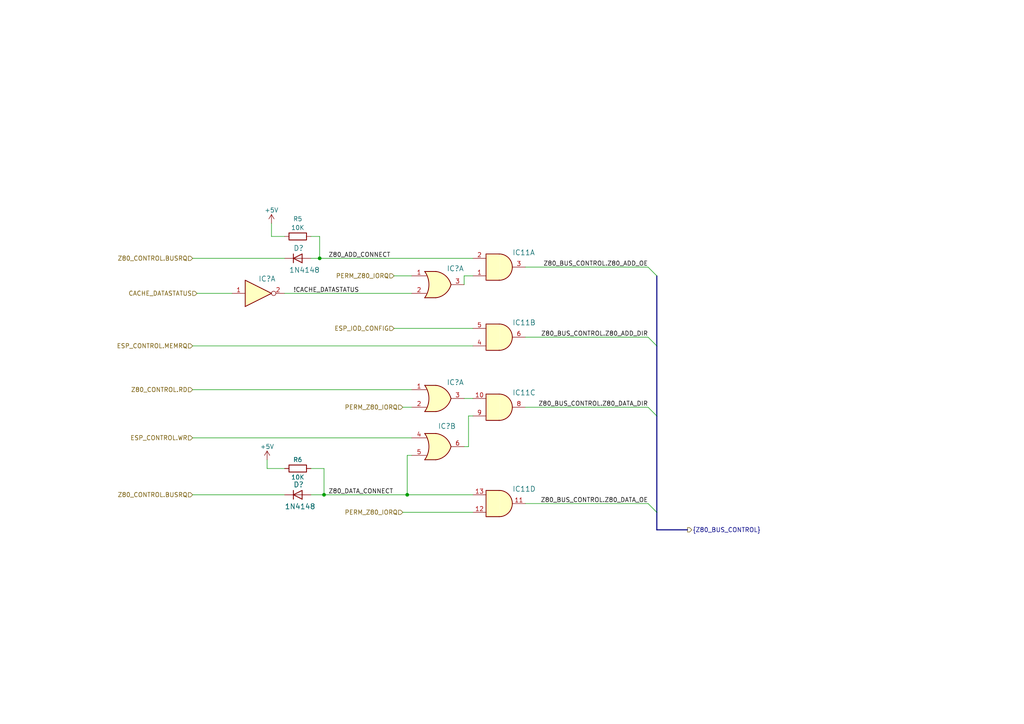
<source format=kicad_sch>
(kicad_sch (version 20230121) (generator eeschema)
  (paper "A4")
  (title_block (comment 1 "This control logic can be implmented in the Z80-BUS") (comment 2 "Logic for contolling the ZX Bus connections"))
  (lib_symbols
    (symbol "74xx:74HC04"
      (property "Reference" "U" (at 0 1.27 0))
      (property "Value" "74HC04" (at 0 -1.27 0))
      (symbol "74HC04_1_0"
        (polyline (pts (xy -3.81 3.81) (xy -3.81 -3.81) (xy 3.81 0) (xy -3.81 3.81)) (stroke (width 0.254)) (fill (type background)))
        (pin input line (at -7.62 0 0) (length 3.81) (name "~") (number "1"))
        (pin output inverted (at 7.62 0 180) (length 3.81) (name "~") (number "2"))
      )
      (symbol "74HC04_2_0"
        (polyline (pts (xy -3.81 3.81) (xy -3.81 -3.81) (xy 3.81 0) (xy -3.81 3.81)) (stroke (width 0.254)) (fill (type background)))
        (pin input line (at -7.62 0 0) (length 3.81) (name "~") (number "3"))
        (pin output inverted (at 7.62 0 180) (length 3.81) (name "~") (number "4"))
      )
      (symbol "74HC04_3_0"
        (polyline (pts (xy -3.81 3.81) (xy -3.81 -3.81) (xy 3.81 0) (xy -3.81 3.81)) (stroke (width 0.254)) (fill (type background)))
        (pin input line (at -7.62 0 0) (length 3.81) (name "~") (number "5"))
        (pin output inverted (at 7.62 0 180) (length 3.81) (name "~") (number "6"))
      )
      (symbol "74HC04_4_0"
        (polyline (pts (xy -3.81 3.81) (xy -3.81 -3.81) (xy 3.81 0) (xy -3.81 3.81)) (stroke (width 0.254)) (fill (type background)))
        (pin output inverted (at 7.62 0 180) (length 3.81) (name "~") (number "8"))
        (pin input line (at -7.62 0 0) (length 3.81) (name "~") (number "9"))
      )
      (symbol "74HC04_5_0"
        (polyline (pts (xy -3.81 3.81) (xy -3.81 -3.81) (xy 3.81 0) (xy -3.81 3.81)) (stroke (width 0.254)) (fill (type background)))
        (pin output inverted (at 7.62 0 180) (length 3.81) (name "~") (number "10"))
        (pin input line (at -7.62 0 0) (length 3.81) (name "~") (number "11"))
      )
      (symbol "74HC04_6_0"
        (polyline (pts (xy -3.81 3.81) (xy -3.81 -3.81) (xy 3.81 0) (xy -3.81 3.81)) (stroke (width 0.254)) (fill (type background)))
        (pin output inverted (at 7.62 0 180) (length 3.81) (name "~") (number "12"))
        (pin input line (at -7.62 0 0) (length 3.81) (name "~") (number "13"))
      )
      (symbol "74HC04_7_0"
        (pin power_in line (at 0 12.7 270) (length 5.08) (name "VCC") (number "14"))
        (pin power_in line (at 0 -12.7 90) (length 5.08) (name "GND") (number "7"))
      )
      (symbol "74HC04_7_1"
        (rectangle (start -5.08 7.62) (end 5.08 -7.62) (stroke (width 0.254)) (fill (type background)))
      )
    )
    (symbol "74xx:74LS08" (pin_names (offset 1.016))
      (property "Reference" "U" (at 0 1.27 0))
      (property "Value" "74LS08" (at 0 -1.27 0))
      (symbol "74LS08_1_1"
        (arc (start 0 -3.81) (mid 3.7934 0) (end 0 3.81) (stroke (width 0.254)) (fill (type background)))
        (polyline (pts (xy 0 3.81) (xy -3.81 3.81) (xy -3.81 -3.81) (xy 0 -3.81)) (stroke (width 0.254)) (fill (type background)))
        (pin input line (at -7.62 2.54 0) (length 3.81) (name "~") (number "1"))
        (pin input line (at -7.62 -2.54 0) (length 3.81) (name "~") (number "2"))
        (pin output line (at 7.62 0 180) (length 3.81) (name "~") (number "3"))
      )
      (symbol "74LS08_1_2"
        (arc (start -3.81 -3.81) (mid -2.589 0) (end -3.81 3.81) (stroke (width 0.254)))
        (arc (start -0.6096 -3.81) (mid 2.1842 -2.5851) (end 3.81 0) (stroke (width 0.254)) (fill (type background)))
        (polyline (pts (xy -3.81 -3.81) (xy -0.635 -3.81)) (stroke (width 0.254)) (fill (type background)))
        (polyline (pts (xy -3.81 3.81) (xy -0.635 3.81)) (stroke (width 0.254)) (fill (type background)))
        (polyline (pts (xy -0.635 3.81) (xy -3.81 3.81) (xy -3.81 3.81) (xy -3.556 3.4036) (xy -3.0226 2.2606) (xy -2.6924 1.0414) (xy -2.6162 -0.254) (xy -2.7686 -1.4986) (xy -3.175 -2.7178) (xy -3.81 -3.81) (xy -3.81 -3.81) (xy -0.635 -3.81)) (stroke (width -25.4)) (fill (type background)))
        (arc (start 3.81 0) (mid 2.1915 2.5936) (end -0.6096 3.81) (stroke (width 0.254)) (fill (type background)))
        (pin input inverted (at -7.62 2.54 0) (length 4.318) (name "~") (number "1"))
        (pin input inverted (at -7.62 -2.54 0) (length 4.318) (name "~") (number "2"))
        (pin output inverted (at 7.62 0 180) (length 3.81) (name "~") (number "3"))
      )
      (symbol "74LS08_2_1"
        (arc (start 0 -3.81) (mid 3.7934 0) (end 0 3.81) (stroke (width 0.254)) (fill (type background)))
        (polyline (pts (xy 0 3.81) (xy -3.81 3.81) (xy -3.81 -3.81) (xy 0 -3.81)) (stroke (width 0.254)) (fill (type background)))
        (pin input line (at -7.62 2.54 0) (length 3.81) (name "~") (number "4"))
        (pin input line (at -7.62 -2.54 0) (length 3.81) (name "~") (number "5"))
        (pin output line (at 7.62 0 180) (length 3.81) (name "~") (number "6"))
      )
      (symbol "74LS08_2_2"
        (arc (start -3.81 -3.81) (mid -2.589 0) (end -3.81 3.81) (stroke (width 0.254)))
        (arc (start -0.6096 -3.81) (mid 2.1842 -2.5851) (end 3.81 0) (stroke (width 0.254)) (fill (type background)))
        (polyline (pts (xy -3.81 -3.81) (xy -0.635 -3.81)) (stroke (width 0.254)) (fill (type background)))
        (polyline (pts (xy -3.81 3.81) (xy -0.635 3.81)) (stroke (width 0.254)) (fill (type background)))
        (polyline (pts (xy -0.635 3.81) (xy -3.81 3.81) (xy -3.81 3.81) (xy -3.556 3.4036) (xy -3.0226 2.2606) (xy -2.6924 1.0414) (xy -2.6162 -0.254) (xy -2.7686 -1.4986) (xy -3.175 -2.7178) (xy -3.81 -3.81) (xy -3.81 -3.81) (xy -0.635 -3.81)) (stroke (width -25.4)) (fill (type background)))
        (arc (start 3.81 0) (mid 2.1915 2.5936) (end -0.6096 3.81) (stroke (width 0.254)) (fill (type background)))
        (pin input inverted (at -7.62 2.54 0) (length 4.318) (name "~") (number "4"))
        (pin input inverted (at -7.62 -2.54 0) (length 4.318) (name "~") (number "5"))
        (pin output inverted (at 7.62 0 180) (length 3.81) (name "~") (number "6"))
      )
      (symbol "74LS08_3_1"
        (arc (start 0 -3.81) (mid 3.7934 0) (end 0 3.81) (stroke (width 0.254)) (fill (type background)))
        (polyline (pts (xy 0 3.81) (xy -3.81 3.81) (xy -3.81 -3.81) (xy 0 -3.81)) (stroke (width 0.254)) (fill (type background)))
        (pin input line (at -7.62 -2.54 0) (length 3.81) (name "~") (number "10"))
        (pin output line (at 7.62 0 180) (length 3.81) (name "~") (number "8"))
        (pin input line (at -7.62 2.54 0) (length 3.81) (name "~") (number "9"))
      )
      (symbol "74LS08_3_2"
        (arc (start -3.81 -3.81) (mid -2.589 0) (end -3.81 3.81) (stroke (width 0.254)))
        (arc (start -0.6096 -3.81) (mid 2.1842 -2.5851) (end 3.81 0) (stroke (width 0.254)) (fill (type background)))
        (polyline (pts (xy -3.81 -3.81) (xy -0.635 -3.81)) (stroke (width 0.254)) (fill (type background)))
        (polyline (pts (xy -3.81 3.81) (xy -0.635 3.81)) (stroke (width 0.254)) (fill (type background)))
        (polyline (pts (xy -0.635 3.81) (xy -3.81 3.81) (xy -3.81 3.81) (xy -3.556 3.4036) (xy -3.0226 2.2606) (xy -2.6924 1.0414) (xy -2.6162 -0.254) (xy -2.7686 -1.4986) (xy -3.175 -2.7178) (xy -3.81 -3.81) (xy -3.81 -3.81) (xy -0.635 -3.81)) (stroke (width -25.4)) (fill (type background)))
        (arc (start 3.81 0) (mid 2.1915 2.5936) (end -0.6096 3.81) (stroke (width 0.254)) (fill (type background)))
        (pin input inverted (at -7.62 -2.54 0) (length 4.318) (name "~") (number "10"))
        (pin output inverted (at 7.62 0 180) (length 3.81) (name "~") (number "8"))
        (pin input inverted (at -7.62 2.54 0) (length 4.318) (name "~") (number "9"))
      )
      (symbol "74LS08_4_1"
        (arc (start 0 -3.81) (mid 3.7934 0) (end 0 3.81) (stroke (width 0.254)) (fill (type background)))
        (polyline (pts (xy 0 3.81) (xy -3.81 3.81) (xy -3.81 -3.81) (xy 0 -3.81)) (stroke (width 0.254)) (fill (type background)))
        (pin output line (at 7.62 0 180) (length 3.81) (name "~") (number "11"))
        (pin input line (at -7.62 2.54 0) (length 3.81) (name "~") (number "12"))
        (pin input line (at -7.62 -2.54 0) (length 3.81) (name "~") (number "13"))
      )
      (symbol "74LS08_4_2"
        (arc (start -3.81 -3.81) (mid -2.589 0) (end -3.81 3.81) (stroke (width 0.254)))
        (arc (start -0.6096 -3.81) (mid 2.1842 -2.5851) (end 3.81 0) (stroke (width 0.254)) (fill (type background)))
        (polyline (pts (xy -3.81 -3.81) (xy -0.635 -3.81)) (stroke (width 0.254)) (fill (type background)))
        (polyline (pts (xy -3.81 3.81) (xy -0.635 3.81)) (stroke (width 0.254)) (fill (type background)))
        (polyline (pts (xy -0.635 3.81) (xy -3.81 3.81) (xy -3.81 3.81) (xy -3.556 3.4036) (xy -3.0226 2.2606) (xy -2.6924 1.0414) (xy -2.6162 -0.254) (xy -2.7686 -1.4986) (xy -3.175 -2.7178) (xy -3.81 -3.81) (xy -3.81 -3.81) (xy -0.635 -3.81)) (stroke (width -25.4)) (fill (type background)))
        (arc (start 3.81 0) (mid 2.1915 2.5936) (end -0.6096 3.81) (stroke (width 0.254)) (fill (type background)))
        (pin output inverted (at 7.62 0 180) (length 3.81) (name "~") (number "11"))
        (pin input inverted (at -7.62 2.54 0) (length 4.318) (name "~") (number "12"))
        (pin input inverted (at -7.62 -2.54 0) (length 4.318) (name "~") (number "13"))
      )
      (symbol "74LS08_5_0"
        (pin power_in line (at 0 12.7 270) (length 5.08) (name "VCC") (number "14"))
        (pin power_in line (at 0 -12.7 90) (length 5.08) (name "GND") (number "7"))
      )
      (symbol "74LS08_5_1"
        (rectangle (start -5.08 7.62) (end 5.08 -7.62) (stroke (width 0.254)) (fill (type background)))
      )
    )
    (symbol "74xx:74LS32" (pin_names (offset 1.016))
      (property "Reference" "U" (at 0 1.27 0))
      (property "Value" "74LS32" (at 0 -1.27 0))
      (symbol "74LS32_1_1"
        (arc (start -3.81 -3.81) (mid -2.589 0) (end -3.81 3.81) (stroke (width 0.254)))
        (arc (start -0.6096 -3.81) (mid 2.1842 -2.5851) (end 3.81 0) (stroke (width 0.254)) (fill (type background)))
        (polyline (pts (xy -3.81 -3.81) (xy -0.635 -3.81)) (stroke (width 0.254)) (fill (type background)))
        (polyline (pts (xy -3.81 3.81) (xy -0.635 3.81)) (stroke (width 0.254)) (fill (type background)))
        (polyline (pts (xy -0.635 3.81) (xy -3.81 3.81) (xy -3.81 3.81) (xy -3.556 3.4036) (xy -3.0226 2.2606) (xy -2.6924 1.0414) (xy -2.6162 -0.254) (xy -2.7686 -1.4986) (xy -3.175 -2.7178) (xy -3.81 -3.81) (xy -3.81 -3.81) (xy -0.635 -3.81)) (stroke (width -25.4)) (fill (type background)))
        (arc (start 3.81 0) (mid 2.1915 2.5936) (end -0.6096 3.81) (stroke (width 0.254)) (fill (type background)))
        (pin input line (at -7.62 2.54 0) (length 4.318) (name "~") (number "1"))
        (pin input line (at -7.62 -2.54 0) (length 4.318) (name "~") (number "2"))
        (pin output line (at 7.62 0 180) (length 3.81) (name "~") (number "3"))
      )
      (symbol "74LS32_1_2"
        (arc (start 0 -3.81) (mid 3.7934 0) (end 0 3.81) (stroke (width 0.254)) (fill (type background)))
        (polyline (pts (xy 0 3.81) (xy -3.81 3.81) (xy -3.81 -3.81) (xy 0 -3.81)) (stroke (width 0.254)) (fill (type background)))
        (pin input inverted (at -7.62 2.54 0) (length 3.81) (name "~") (number "1"))
        (pin input inverted (at -7.62 -2.54 0) (length 3.81) (name "~") (number "2"))
        (pin output inverted (at 7.62 0 180) (length 3.81) (name "~") (number "3"))
      )
      (symbol "74LS32_2_1"
        (arc (start -3.81 -3.81) (mid -2.589 0) (end -3.81 3.81) (stroke (width 0.254)))
        (arc (start -0.6096 -3.81) (mid 2.1842 -2.5851) (end 3.81 0) (stroke (width 0.254)) (fill (type background)))
        (polyline (pts (xy -3.81 -3.81) (xy -0.635 -3.81)) (stroke (width 0.254)) (fill (type background)))
        (polyline (pts (xy -3.81 3.81) (xy -0.635 3.81)) (stroke (width 0.254)) (fill (type background)))
        (polyline (pts (xy -0.635 3.81) (xy -3.81 3.81) (xy -3.81 3.81) (xy -3.556 3.4036) (xy -3.0226 2.2606) (xy -2.6924 1.0414) (xy -2.6162 -0.254) (xy -2.7686 -1.4986) (xy -3.175 -2.7178) (xy -3.81 -3.81) (xy -3.81 -3.81) (xy -0.635 -3.81)) (stroke (width -25.4)) (fill (type background)))
        (arc (start 3.81 0) (mid 2.1915 2.5936) (end -0.6096 3.81) (stroke (width 0.254)) (fill (type background)))
        (pin input line (at -7.62 2.54 0) (length 4.318) (name "~") (number "4"))
        (pin input line (at -7.62 -2.54 0) (length 4.318) (name "~") (number "5"))
        (pin output line (at 7.62 0 180) (length 3.81) (name "~") (number "6"))
      )
      (symbol "74LS32_2_2"
        (arc (start 0 -3.81) (mid 3.7934 0) (end 0 3.81) (stroke (width 0.254)) (fill (type background)))
        (polyline (pts (xy 0 3.81) (xy -3.81 3.81) (xy -3.81 -3.81) (xy 0 -3.81)) (stroke (width 0.254)) (fill (type background)))
        (pin input inverted (at -7.62 2.54 0) (length 3.81) (name "~") (number "4"))
        (pin input inverted (at -7.62 -2.54 0) (length 3.81) (name "~") (number "5"))
        (pin output inverted (at 7.62 0 180) (length 3.81) (name "~") (number "6"))
      )
      (symbol "74LS32_3_1"
        (arc (start -3.81 -3.81) (mid -2.589 0) (end -3.81 3.81) (stroke (width 0.254)))
        (arc (start -0.6096 -3.81) (mid 2.1842 -2.5851) (end 3.81 0) (stroke (width 0.254)) (fill (type background)))
        (polyline (pts (xy -3.81 -3.81) (xy -0.635 -3.81)) (stroke (width 0.254)) (fill (type background)))
        (polyline (pts (xy -3.81 3.81) (xy -0.635 3.81)) (stroke (width 0.254)) (fill (type background)))
        (polyline (pts (xy -0.635 3.81) (xy -3.81 3.81) (xy -3.81 3.81) (xy -3.556 3.4036) (xy -3.0226 2.2606) (xy -2.6924 1.0414) (xy -2.6162 -0.254) (xy -2.7686 -1.4986) (xy -3.175 -2.7178) (xy -3.81 -3.81) (xy -3.81 -3.81) (xy -0.635 -3.81)) (stroke (width -25.4)) (fill (type background)))
        (arc (start 3.81 0) (mid 2.1915 2.5936) (end -0.6096 3.81) (stroke (width 0.254)) (fill (type background)))
        (pin input line (at -7.62 -2.54 0) (length 4.318) (name "~") (number "10"))
        (pin output line (at 7.62 0 180) (length 3.81) (name "~") (number "8"))
        (pin input line (at -7.62 2.54 0) (length 4.318) (name "~") (number "9"))
      )
      (symbol "74LS32_3_2"
        (arc (start 0 -3.81) (mid 3.7934 0) (end 0 3.81) (stroke (width 0.254)) (fill (type background)))
        (polyline (pts (xy 0 3.81) (xy -3.81 3.81) (xy -3.81 -3.81) (xy 0 -3.81)) (stroke (width 0.254)) (fill (type background)))
        (pin input inverted (at -7.62 -2.54 0) (length 3.81) (name "~") (number "10"))
        (pin output inverted (at 7.62 0 180) (length 3.81) (name "~") (number "8"))
        (pin input inverted (at -7.62 2.54 0) (length 3.81) (name "~") (number "9"))
      )
      (symbol "74LS32_4_1"
        (arc (start -3.81 -3.81) (mid -2.589 0) (end -3.81 3.81) (stroke (width 0.254)))
        (arc (start -0.6096 -3.81) (mid 2.1842 -2.5851) (end 3.81 0) (stroke (width 0.254)) (fill (type background)))
        (polyline (pts (xy -3.81 -3.81) (xy -0.635 -3.81)) (stroke (width 0.254)) (fill (type background)))
        (polyline (pts (xy -3.81 3.81) (xy -0.635 3.81)) (stroke (width 0.254)) (fill (type background)))
        (polyline (pts (xy -0.635 3.81) (xy -3.81 3.81) (xy -3.81 3.81) (xy -3.556 3.4036) (xy -3.0226 2.2606) (xy -2.6924 1.0414) (xy -2.6162 -0.254) (xy -2.7686 -1.4986) (xy -3.175 -2.7178) (xy -3.81 -3.81) (xy -3.81 -3.81) (xy -0.635 -3.81)) (stroke (width -25.4)) (fill (type background)))
        (arc (start 3.81 0) (mid 2.1915 2.5936) (end -0.6096 3.81) (stroke (width 0.254)) (fill (type background)))
        (pin output line (at 7.62 0 180) (length 3.81) (name "~") (number "11"))
        (pin input line (at -7.62 2.54 0) (length 4.318) (name "~") (number "12"))
        (pin input line (at -7.62 -2.54 0) (length 4.318) (name "~") (number "13"))
      )
      (symbol "74LS32_4_2"
        (arc (start 0 -3.81) (mid 3.7934 0) (end 0 3.81) (stroke (width 0.254)) (fill (type background)))
        (polyline (pts (xy 0 3.81) (xy -3.81 3.81) (xy -3.81 -3.81) (xy 0 -3.81)) (stroke (width 0.254)) (fill (type background)))
        (pin output inverted (at 7.62 0 180) (length 3.81) (name "~") (number "11"))
        (pin input inverted (at -7.62 2.54 0) (length 3.81) (name "~") (number "12"))
        (pin input inverted (at -7.62 -2.54 0) (length 3.81) (name "~") (number "13"))
      )
      (symbol "74LS32_5_0"
        (pin power_in line (at 0 12.7 270) (length 5.08) (name "VCC") (number "14"))
        (pin power_in line (at 0 -12.7 90) (length 5.08) (name "GND") (number "7"))
      )
      (symbol "74LS32_5_1"
        (rectangle (start -5.08 7.62) (end 5.08 -7.62) (stroke (width 0.254)) (fill (type background)))
      )
    )
    (symbol "Device:D" (pin_numbers hide) (pin_names (offset 1.016) hide)
      (property "Reference" "D" (at 0 2.54 0))
      (property "Value" "D" (at 0 -2.54 0))
      (symbol "D_0_1"
        (polyline (pts (xy -1.27 1.27) (xy -1.27 -1.27)) (stroke (width 0.254)))
        (polyline (pts (xy 1.27 0) (xy -1.27 0)))
        (polyline (pts (xy 1.27 1.27) (xy 1.27 -1.27) (xy -1.27 0) (xy 1.27 1.27)) (stroke (width 0.254)))
      )
      (symbol "D_1_1"
        (pin passive line (at -3.81 0 0) (length 2.54) (name "K") (number "1"))
        (pin passive line (at 3.81 0 180) (length 2.54) (name "A") (number "2"))
      )
    )
    (symbol "Device:R" (pin_numbers hide) (pin_names (offset 0))
      (property "Reference" "R" (at 2.032 0 90))
      (property "Value" "R" (at 0 0 90))
      (symbol "R_0_1"
        (rectangle (start -1.016 -2.54) (end 1.016 2.54) (stroke (width 0.254)))
      )
      (symbol "R_1_1"
        (pin passive line (at 0 3.81 270) (length 1.27) (name "~") (number "1"))
        (pin passive line (at 0 -3.81 90) (length 1.27) (name "~") (number "2"))
      )
    )
    (symbol "power:+5V" (power) (pin_names (offset 0))
      (property "Value" "+5V" (at 0 3.556 0))
      (symbol "+5V_0_1"
        (polyline (pts (xy -0.762 1.27) (xy 0 2.54)))
        (polyline (pts (xy 0 0) (xy 0 2.54)))
        (polyline (pts (xy 0 2.54) (xy 0.762 1.27)))
      )
      (symbol "+5V_1_1"
        (pin power_in line (at 0 0 90) (length 0) hide (name "+5V") (number "1"))
      )
    )
  )
  (junction (at 118.11 143.51))
  (junction (at 93.98 143.51))
  (junction (at 92.71 74.93))
  (bus_entry (at 187.96 118.11) (size 2.54 2.54))
  (bus_entry (at 187.96 146.05) (size 2.54 2.54))
  (bus_entry (at 187.96 77.47) (size 2.54 2.54))
  (bus_entry (at 187.96 97.79) (size 2.54 2.54))
  (wire (pts (xy 82.55 85.09) (xy 119.38 85.09)))
  (wire (pts (xy 187.96 118.11) (xy 152.4 118.11)))
  (wire (pts (xy 67.31 85.09) (xy 57.15 85.09)))
  (wire (pts (xy 90.17 135.89) (xy 93.98 135.89)))
  (bus (pts (xy 190.5 80.01) (xy 190.5 100.33)))
  (wire (pts (xy 134.62 80.01) (xy 134.62 82.55)))
  (wire (pts (xy 119.38 80.01) (xy 114.3 80.01)))
  (wire (pts (xy 55.88 127) (xy 119.38 127)))
  (wire (pts (xy 90.17 143.51) (xy 93.98 143.51)))
  (wire (pts (xy 118.11 143.51) (xy 137.16 143.51)))
  (wire (pts (xy 77.47 135.89) (xy 77.47 133.35)))
  (wire (pts (xy 114.3 95.25) (xy 137.16 95.25)))
  (wire (pts (xy 152.4 97.79) (xy 187.96 97.79)))
  (wire (pts (xy 118.11 132.08) (xy 118.11 143.51)))
  (bus (pts (xy 190.5 148.59) (xy 190.5 153.67)))
  (wire (pts (xy 135.89 129.54) (xy 135.89 120.65)))
  (wire (pts (xy 152.4 146.05) (xy 187.96 146.05)))
  (wire (pts (xy 92.71 74.93) (xy 137.16 74.93)))
  (wire (pts (xy 152.4 77.47) (xy 187.96 77.47)))
  (wire (pts (xy 118.11 132.08) (xy 119.38 132.08)))
  (wire (pts (xy 134.62 129.54) (xy 135.89 129.54)))
  (wire (pts (xy 55.88 143.51) (xy 82.55 143.51)))
  (wire (pts (xy 92.71 68.58) (xy 90.17 68.58)))
  (wire (pts (xy 93.98 135.89) (xy 93.98 143.51)))
  (wire (pts (xy 90.17 74.93) (xy 92.71 74.93)))
  (wire (pts (xy 116.84 118.11) (xy 119.38 118.11)))
  (wire (pts (xy 134.62 115.57) (xy 137.16 115.57)))
  (wire (pts (xy 116.84 148.59) (xy 137.16 148.59)))
  (bus (pts (xy 190.5 100.33) (xy 190.5 120.65)))
  (wire (pts (xy 78.74 68.58) (xy 82.55 68.58)))
  (wire (pts (xy 92.71 68.58) (xy 92.71 74.93)))
  (wire (pts (xy 78.74 68.58) (xy 78.74 64.77)))
  (bus (pts (xy 190.5 120.65) (xy 190.5 148.59)))
  (wire (pts (xy 77.47 135.89) (xy 82.55 135.89)))
  (wire (pts (xy 55.88 113.03) (xy 119.38 113.03)))
  (wire (pts (xy 55.88 100.33) (xy 137.16 100.33)))
  (wire (pts (xy 93.98 143.51) (xy 118.11 143.51)))
  (wire (pts (xy 55.88 74.93) (xy 82.55 74.93)))
  (bus (pts (xy 190.5 153.67) (xy 199.39 153.67)))
  (wire (pts (xy 137.16 80.01) (xy 134.62 80.01)))
  (wire (pts (xy 135.89 120.65) (xy 137.16 120.65)))
  (label "Z80_BUS_CONTROL.Z80_ADD_DIR" (at 187.96 97.79 180))
  (label "!CACHE_DATASTATUS" (at 85.09 85.09 0))
  (label "Z80_BUS_CONTROL.Z80_DATA_DIR" (at 187.96 118.11 180))
  (label "Z80_BUS_CONTROL.Z80_DATA_OE" (at 187.96 146.05 180))
  (label "Z80_ADD_CONNECT" (at 95.25 74.93 0))
  (label "Z80_BUS_CONTROL.Z80_ADD_OE" (at 187.96 77.47 180))
  (label "Z80_DATA_CONNECT" (at 95.25 143.51 0))
  (hierarchical_label "PERM_Z80_IORQ" (shape input) (at 116.84 118.11 180))
  (hierarchical_label "PERM_Z80_IORQ" (shape input) (at 114.3 80.01 180))
  (hierarchical_label "Z80_CONTROL.BUSRQ" (shape input) (at 55.88 74.93 180))
  (hierarchical_label "{Z80_BUS_CONTROL}" (shape output) (at 199.39 153.67 0))
  (hierarchical_label "ESP_CONTROL.MEMRQ" (shape input) (at 55.88 100.33 180))
  (hierarchical_label "PERM_Z80_IORQ" (shape input) (at 116.84 148.59 180))
  (hierarchical_label "Z80_CONTROL.BUSRQ" (shape input) (at 55.88 143.51 180))
  (hierarchical_label "Z80_CONTROL.RD" (shape input) (at 55.88 113.03 180))
  (hierarchical_label "ESP_IOD_CONFIG" (shape input) (at 114.3 95.25 180))
  (hierarchical_label "CACHE_DATASTATUS" (shape input) (at 57.15 85.09 180))
  (hierarchical_label "ESP_CONTROL.WR" (shape input) (at 55.88 127 180))
  (symbol (lib_id "74xx:74LS08") (at 144.78 97.79 0) (mirror x) (unit 1)
    (property "Reference" "IC?" (at 148.59 92.71 0) (effects (font (size 1.4986 1.4986)) (justify left bottom)))
    (property "Value" "74HC08N" (effects hide))
    (property "Footprint" "Package_DIP:DIP-14_W7.62mm_Socket" (effects hide))
    (property "Datasheet" "http://www.ti.com/lit/gpn/sn74LS08" (effects hide))
    (instances (project "GLUE_ZXspectrum_impl" (path "" (reference "IC11") (unit 2))) (project "GLUE_ZXspectrum" (path "" (reference "IC?") (unit 1)) (path "" (reference "IC2") (unit 1))))
  )
  (symbol (lib_id "74xx:74LS08") (at 144.78 77.47 0) (mirror x) (unit 1)
    (property "Reference" "IC6" (at 148.59 72.39 0) (effects (font (size 1.4986 1.4986)) (justify left bottom)))
    (property "Value" "74HC08N" (effects hide))
    (property "Footprint" "Package_DIP:DIP-14_W7.62mm_Socket" (effects hide))
    (property "Datasheet" "http://www.ti.com/lit/gpn/sn74LS08" (effects hide))
    (instances (project "GLUE_ZXspectrum_impl" (path "" (reference "IC11") (unit 1))) (project "GLUE_ZXspectrum" (path "" (reference "IC?") (unit 1)) (path "" (reference "IC1") (unit 1))))
  )
  (symbol (lib_id "74xx:74LS32") (at 127 129.54 0) (unit 2)
    (property "Reference" "IC?" (at 127 124.46 0) (effects (font (size 1.4986 1.4986)) (justify left bottom)))
    (property "Value" "74HC32N" (effects hide))
    (property "Footprint" "Package_DIP:DIP-14_W7.62mm_Socket" (effects hide))
    (property "Datasheet" "http://www.ti.com/lit/gpn/sn74LS32" (effects hide))
    (instances (project "GLUE_ZXspectrum_impl" (path "" (reference "IC?") (unit 2)) (path "" (reference "IC5") (unit 2))) (project "GLUE_ZXspectrum" (path "" (reference "IC?") (unit 3))) (project "Logic_core" (path "" (reference "IC?") (unit 3))))
  )
  (symbol (lib_id "power:+5V") (at 77.47 133.35 0) (unit 1)
    (property "Reference" "#PWR0106" (effects hide))
    (property "Value" "+5V" (at 77.47 129.54 0))
    (instances (project "GLUE_ZXspectrum_impl" (path "" (reference "#PWR0106") (unit 1))) (project "GLUE_ZXspectrum" (path "" (reference "#PWR?") (unit 1))))
  )
  (symbol (lib_id "74xx:74LS08") (at 144.78 118.11 0) (mirror x) (unit 1)
    (property "Reference" "IC?" (at 148.59 113.03 0) (effects (font (size 1.4986 1.4986)) (justify left bottom)))
    (property "Value" "74HC08N" (effects hide))
    (property "Footprint" "Package_DIP:DIP-14_W7.62mm_Socket" (effects hide))
    (property "Datasheet" "http://www.ti.com/lit/gpn/sn74LS08" (effects hide))
    (instances (project "GLUE_ZXspectrum_impl" (path "" (reference "IC11") (unit 3))) (project "GLUE_ZXspectrum" (path "" (reference "IC?") (unit 1)) (path "" (reference "IC3") (unit 1))))
  )
  (symbol (lib_id "74xx:74LS32") (at 127 115.57 0) (unit 1)
    (property "Reference" "IC?" (at 129.54 111.76 0) (effects (font (size 1.4986 1.4986)) (justify left bottom)))
    (property "Value" "74HC32N" (effects hide))
    (property "Footprint" "Package_DIP:DIP-14_W7.62mm_Socket" (effects hide))
    (property "Datasheet" "http://www.ti.com/lit/gpn/sn74LS32" (effects hide))
    (instances (project "GLUE_ZXspectrum_impl" (path "" (reference "IC?") (unit 1)) (path "" (reference "IC7") (unit 2))) (project "GLUE_ZXspectrum" (path "" (reference "IC?") (unit 2))) (project "Logic_core" (path "" (reference "IC?") (unit 2))))
  )
  (symbol (lib_id "74xx:74LS32") (at 127 82.55 0) (unit 1)
    (property "Reference" "IC?" (at 129.54 78.74 0) (effects (font (size 1.4986 1.4986)) (justify left bottom)))
    (property "Value" "74HC32N" (effects hide))
    (property "Footprint" "Package_DIP:DIP-14_W7.62mm_Socket" (effects hide))
    (property "Datasheet" "http://www.ti.com/lit/gpn/sn74LS32" (effects hide))
    (instances (project "GLUE_ZXspectrum_impl" (path "" (reference "IC?") (unit 1)) (path "" (reference "IC7") (unit 1))) (project "GLUE_ZXspectrum" (path "" (reference "IC?") (unit 1))) (project "Logic_core" (path "" (reference "IC?") (unit 1))))
  )
  (symbol (lib_id "74xx:74HC04") (at 74.93 85.09 0) (mirror x) (unit 1)
    (property "Reference" "IC?" (at 74.93 80.01 0) (effects (font (size 1.4986 1.4986)) (justify left bottom)))
    (property "Value" "7404N" (effects hide))
    (property "Footprint" "Package_DIP:DIP-14_W7.62mm_Socket" (effects hide))
    (property "Datasheet" "https://assets.nexperia.com/documents/data-sheet/74HC_HCT04.pdf" (effects hide))
    (instances (project "GLUE_ZXspectrum_impl" (path "" (reference "IC?") (unit 1)) (path "" (reference "IC1") (unit 5))) (project "GLUE_ZXspectrum" (path "" (reference "IC?") (unit 1)) (path "" (reference "IC?") (unit 1))))
  )
  (symbol (lib_id "Device:D") (at 86.36 74.93 0) (mirror x) (unit 1)
    (property "Reference" "D?" (at 85.09 71.12 0) (effects (font (size 1.4986 1.4986)) (justify left bottom)))
    (property "Value" "1N4148" (at 83.82 77.47 0) (effects (font (size 1.4986 1.4986)) (justify left bottom)))
    (property "Footprint" "Diode_THT:D_T-1_P5.08mm_Horizontal" (effects hide))
    (instances (project "GLUE_ZXspectrum_impl" (path "" (reference "D?") (unit 1)) (path "" (reference "D2") (unit 1))) (project "GLUE_ZXspectrum" (path "" (reference "D?") (unit 1))))
  )
  (symbol (lib_id "Device:R") (at 86.36 135.89 90) (unit 1)
    (property "Reference" "R6" (at 86.36 133.35 90))
    (property "Value" "10K" (at 86.36 138.43 90))
    (property "Footprint" "Resistor_THT:R_Axial_DIN0207_L6.3mm_D2.5mm_P10.16mm_Horizontal" (effects hide))
    (instances (project "GLUE_ZXspectrum_impl" (path "" (reference "R6") (unit 1))) (project "GLUE_ZXspectrum" (path "" (reference "R?") (unit 1))))
  )
  (symbol (lib_id "74xx:74LS08") (at 144.78 146.05 0) (mirror x) (unit 1)
    (property "Reference" "IC?" (at 148.59 140.97 0) (effects (font (size 1.4986 1.4986)) (justify left bottom)))
    (property "Value" "74HC08N" (effects hide))
    (property "Footprint" "Package_DIP:DIP-14_W7.62mm_Socket" (effects hide))
    (property "Datasheet" "http://www.ti.com/lit/gpn/sn74LS08" (effects hide))
    (instances (project "GLUE_ZXspectrum_impl" (path "" (reference "IC11") (unit 4))) (project "GLUE_ZXspectrum" (path "" (reference "IC?") (unit 1)) (path "" (reference "IC6") (unit 1))))
  )
  (symbol (lib_id "Device:R") (at 86.36 68.58 270) (unit 1)
    (property "Reference" "R5" (at 86.36 63.5 90))
    (property "Value" "10K" (at 86.36 66.04 90))
    (property "Footprint" "Resistor_THT:R_Axial_DIN0207_L6.3mm_D2.5mm_P10.16mm_Horizontal" (effects hide))
    (instances (project "GLUE_ZXspectrum_impl" (path "" (reference "R5") (unit 1))) (project "GLUE_ZXspectrum" (path "" (reference "R?") (unit 1))))
  )
  (symbol (lib_id "Device:D") (at 86.36 143.51 0) (mirror x) (unit 1)
    (property "Reference" "D?" (at 85.09 139.7 0) (effects (font (size 1.4986 1.4986)) (justify left bottom)))
    (property "Value" "1N4148" (at 82.55 146.05 0) (effects (font (size 1.4986 1.4986)) (justify left bottom)))
    (property "Footprint" "Diode_THT:D_T-1_P5.08mm_Horizontal" (effects hide))
    (instances (project "GLUE_ZXspectrum_impl" (path "" (reference "D?") (unit 1)) (path "" (reference "D3") (unit 1))) (project "GLUE_ZXspectrum" (path "" (reference "D?") (unit 1))))
  )
  (symbol (lib_id "power:+5V") (at 78.74 64.77 0) (unit 1)
    (property "Reference" "#PWR0107" (effects hide))
    (property "Value" "+5V" (at 78.74 60.96 0))
    (instances (project "GLUE_ZXspectrum_impl" (path "" (reference "#PWR0107") (unit 1))) (project "GLUE_ZXspectrum" (path "" (reference "#PWR?") (unit 1))))
  )
)
</source>
